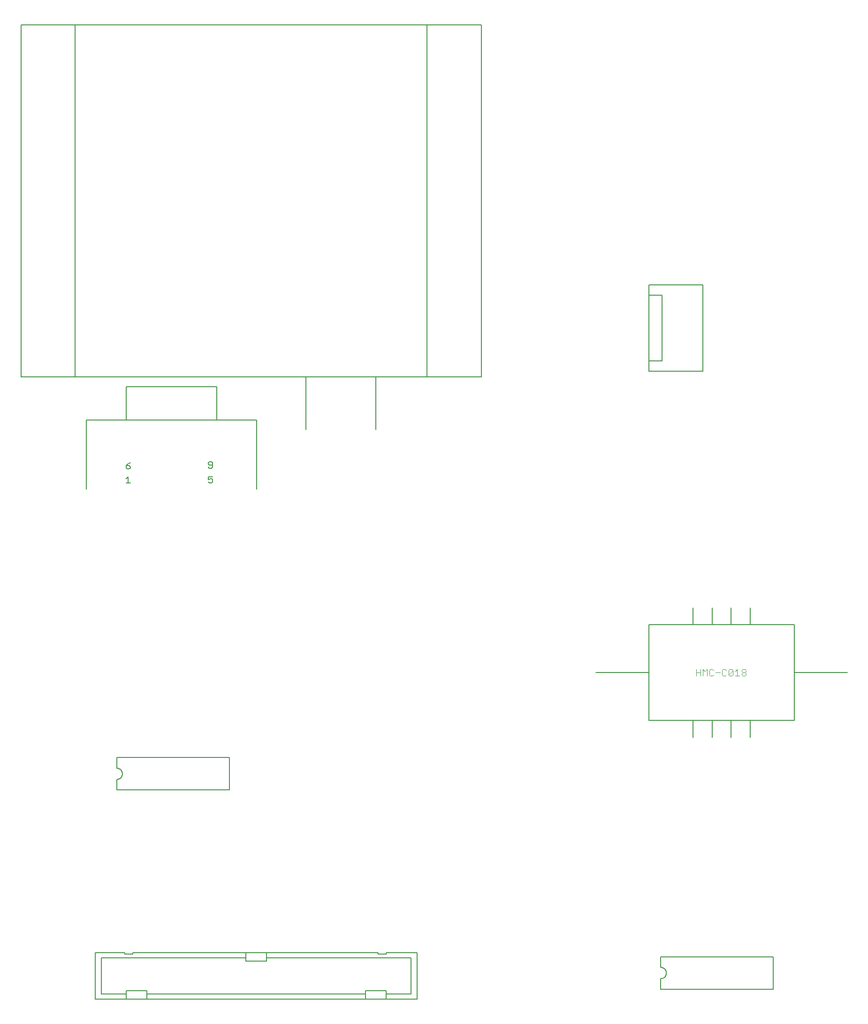
<source format=gto>
G75*
%MOIN*%
%OFA0B0*%
%FSLAX25Y25*%
%IPPOS*%
%LPD*%
%AMOC8*
5,1,8,0,0,1.08239X$1,22.5*
%
%ADD10C,0.00800*%
%ADD11C,0.00500*%
%ADD12C,0.00400*%
%ADD13C,0.00600*%
D10*
X0074930Y0093765D02*
X0074930Y0126835D01*
X0095922Y0126835D01*
X0095922Y0125654D01*
X0101745Y0125654D01*
X0101745Y0126835D01*
X0181887Y0126835D01*
X0196713Y0126835D01*
X0275922Y0126835D01*
X0275922Y0125654D01*
X0281745Y0125654D01*
X0281745Y0126835D01*
X0303670Y0126835D01*
X0303670Y0093765D01*
X0281713Y0093765D01*
X0281713Y0099867D01*
X0266887Y0099867D01*
X0266887Y0093765D01*
X0111713Y0093765D01*
X0111713Y0099867D01*
X0096887Y0099867D01*
X0096887Y0093765D01*
X0074930Y0093765D01*
X0079359Y0097406D02*
X0079359Y0123194D01*
X0181887Y0123194D01*
X0181887Y0120733D02*
X0196713Y0120733D01*
X0196713Y0126835D01*
X0196713Y0123194D02*
X0299241Y0123194D01*
X0299241Y0097406D01*
X0281741Y0097406D01*
X0281713Y0093765D02*
X0266887Y0093765D01*
X0266879Y0097406D02*
X0111721Y0097406D01*
X0111713Y0093765D02*
X0096887Y0093765D01*
X0096859Y0097406D02*
X0079359Y0097406D01*
X0181887Y0120733D02*
X0181887Y0126835D01*
X0468312Y0539808D02*
X0506796Y0539808D01*
X0506796Y0600891D01*
X0468312Y0600891D01*
X0468312Y0593804D01*
X0477859Y0593804D01*
X0477859Y0546894D01*
X0468312Y0546894D01*
X0468312Y0539808D01*
X0468312Y0546894D02*
X0468312Y0593804D01*
D11*
X0349300Y0535800D02*
X0310800Y0535800D01*
X0310800Y0785800D01*
X0349300Y0785800D01*
X0349300Y0535800D01*
X0310800Y0535800D02*
X0274300Y0535800D01*
X0274300Y0498300D01*
X0274300Y0535800D02*
X0224800Y0535800D01*
X0224800Y0498300D01*
X0189848Y0505017D02*
X0189848Y0456080D01*
X0158418Y0461125D02*
X0157667Y0460374D01*
X0156166Y0460374D01*
X0155415Y0461125D01*
X0155415Y0462626D02*
X0156916Y0463377D01*
X0157667Y0463377D01*
X0158418Y0462626D01*
X0158418Y0461125D01*
X0155415Y0462626D02*
X0155415Y0464878D01*
X0158418Y0464878D01*
X0157667Y0470874D02*
X0158418Y0471625D01*
X0158418Y0474627D01*
X0157667Y0475378D01*
X0156166Y0475378D01*
X0155415Y0474627D01*
X0155415Y0473877D01*
X0156166Y0473126D01*
X0158418Y0473126D01*
X0157667Y0470874D02*
X0156166Y0470874D01*
X0155415Y0471625D01*
X0161383Y0504977D02*
X0161423Y0528599D01*
X0161364Y0528639D02*
X0097072Y0528639D01*
X0097171Y0528599D02*
X0097171Y0504977D01*
X0099918Y0474878D02*
X0098416Y0474127D01*
X0096915Y0472626D01*
X0099167Y0472626D01*
X0099918Y0471875D01*
X0099918Y0471125D01*
X0099167Y0470374D01*
X0097666Y0470374D01*
X0096915Y0471125D01*
X0096915Y0472626D01*
X0098416Y0464878D02*
X0096915Y0463377D01*
X0098416Y0464878D02*
X0098416Y0460374D01*
X0096915Y0460374D02*
X0099918Y0460374D01*
X0068549Y0456080D02*
X0068549Y0505017D01*
X0068588Y0505017D02*
X0189848Y0505017D01*
X0224800Y0535800D02*
X0060800Y0535800D01*
X0060800Y0785800D01*
X0310800Y0785800D01*
X0060800Y0785800D02*
X0022300Y0785800D01*
X0022300Y0535800D01*
X0060800Y0535800D01*
X0430800Y0325800D02*
X0468300Y0325800D01*
X0468300Y0359800D01*
X0499800Y0359800D01*
X0499800Y0371800D01*
X0499800Y0359800D02*
X0513300Y0359800D01*
X0513300Y0371800D01*
X0513300Y0359800D02*
X0526800Y0359800D01*
X0526800Y0371800D01*
X0526800Y0359800D02*
X0540300Y0359800D01*
X0540300Y0371800D01*
X0540300Y0359800D02*
X0571800Y0359800D01*
X0571800Y0325800D01*
X0609300Y0325800D01*
X0571800Y0325800D02*
X0571800Y0291800D01*
X0540300Y0291800D01*
X0540300Y0279800D01*
X0540300Y0291800D02*
X0526800Y0291800D01*
X0526800Y0279800D01*
X0526800Y0291800D02*
X0513300Y0291800D01*
X0513300Y0279800D01*
X0513300Y0291800D02*
X0499800Y0291800D01*
X0499800Y0279800D01*
X0499800Y0291800D02*
X0468300Y0291800D01*
X0468300Y0325800D01*
D12*
X0502000Y0325602D02*
X0505069Y0325602D01*
X0505069Y0327904D02*
X0505069Y0323300D01*
X0506604Y0323300D02*
X0506604Y0327904D01*
X0508139Y0326369D01*
X0509673Y0327904D01*
X0509673Y0323300D01*
X0511208Y0324067D02*
X0511975Y0323300D01*
X0513510Y0323300D01*
X0514277Y0324067D01*
X0515812Y0325602D02*
X0518881Y0325602D01*
X0520416Y0327137D02*
X0520416Y0324067D01*
X0521183Y0323300D01*
X0522718Y0323300D01*
X0523485Y0324067D01*
X0525020Y0324067D02*
X0528089Y0327137D01*
X0528089Y0324067D01*
X0527322Y0323300D01*
X0525787Y0323300D01*
X0525020Y0324067D01*
X0525020Y0327137D01*
X0525787Y0327904D01*
X0527322Y0327904D01*
X0528089Y0327137D01*
X0529624Y0326369D02*
X0531158Y0327904D01*
X0531158Y0323300D01*
X0529624Y0323300D02*
X0532693Y0323300D01*
X0534227Y0324067D02*
X0534227Y0324835D01*
X0534995Y0325602D01*
X0536529Y0325602D01*
X0537297Y0324835D01*
X0537297Y0324067D01*
X0536529Y0323300D01*
X0534995Y0323300D01*
X0534227Y0324067D01*
X0534995Y0325602D02*
X0534227Y0326369D01*
X0534227Y0327137D01*
X0534995Y0327904D01*
X0536529Y0327904D01*
X0537297Y0327137D01*
X0537297Y0326369D01*
X0536529Y0325602D01*
X0523485Y0327137D02*
X0522718Y0327904D01*
X0521183Y0327904D01*
X0520416Y0327137D01*
X0514277Y0327137D02*
X0513510Y0327904D01*
X0511975Y0327904D01*
X0511208Y0327137D01*
X0511208Y0324067D01*
X0502000Y0323300D02*
X0502000Y0327904D01*
D13*
X0476800Y0123800D02*
X0476800Y0116300D01*
X0476926Y0116298D01*
X0477051Y0116292D01*
X0477176Y0116282D01*
X0477301Y0116268D01*
X0477426Y0116251D01*
X0477550Y0116229D01*
X0477673Y0116204D01*
X0477795Y0116174D01*
X0477916Y0116141D01*
X0478036Y0116104D01*
X0478155Y0116064D01*
X0478272Y0116019D01*
X0478389Y0115971D01*
X0478503Y0115919D01*
X0478616Y0115864D01*
X0478727Y0115805D01*
X0478836Y0115743D01*
X0478943Y0115677D01*
X0479048Y0115608D01*
X0479151Y0115536D01*
X0479252Y0115461D01*
X0479350Y0115382D01*
X0479445Y0115300D01*
X0479538Y0115216D01*
X0479628Y0115128D01*
X0479716Y0115038D01*
X0479800Y0114945D01*
X0479882Y0114850D01*
X0479961Y0114752D01*
X0480036Y0114651D01*
X0480108Y0114548D01*
X0480177Y0114443D01*
X0480243Y0114336D01*
X0480305Y0114227D01*
X0480364Y0114116D01*
X0480419Y0114003D01*
X0480471Y0113889D01*
X0480519Y0113772D01*
X0480564Y0113655D01*
X0480604Y0113536D01*
X0480641Y0113416D01*
X0480674Y0113295D01*
X0480704Y0113173D01*
X0480729Y0113050D01*
X0480751Y0112926D01*
X0480768Y0112801D01*
X0480782Y0112676D01*
X0480792Y0112551D01*
X0480798Y0112426D01*
X0480800Y0112300D01*
X0480798Y0112174D01*
X0480792Y0112049D01*
X0480782Y0111924D01*
X0480768Y0111799D01*
X0480751Y0111674D01*
X0480729Y0111550D01*
X0480704Y0111427D01*
X0480674Y0111305D01*
X0480641Y0111184D01*
X0480604Y0111064D01*
X0480564Y0110945D01*
X0480519Y0110828D01*
X0480471Y0110711D01*
X0480419Y0110597D01*
X0480364Y0110484D01*
X0480305Y0110373D01*
X0480243Y0110264D01*
X0480177Y0110157D01*
X0480108Y0110052D01*
X0480036Y0109949D01*
X0479961Y0109848D01*
X0479882Y0109750D01*
X0479800Y0109655D01*
X0479716Y0109562D01*
X0479628Y0109472D01*
X0479538Y0109384D01*
X0479445Y0109300D01*
X0479350Y0109218D01*
X0479252Y0109139D01*
X0479151Y0109064D01*
X0479048Y0108992D01*
X0478943Y0108923D01*
X0478836Y0108857D01*
X0478727Y0108795D01*
X0478616Y0108736D01*
X0478503Y0108681D01*
X0478389Y0108629D01*
X0478272Y0108581D01*
X0478155Y0108536D01*
X0478036Y0108496D01*
X0477916Y0108459D01*
X0477795Y0108426D01*
X0477673Y0108396D01*
X0477550Y0108371D01*
X0477426Y0108349D01*
X0477301Y0108332D01*
X0477176Y0108318D01*
X0477051Y0108308D01*
X0476926Y0108302D01*
X0476800Y0108300D01*
X0476800Y0100800D01*
X0556800Y0100800D01*
X0556800Y0123800D01*
X0476800Y0123800D01*
X0170300Y0242300D02*
X0170300Y0265300D01*
X0090300Y0265300D01*
X0090300Y0257800D01*
X0090426Y0257798D01*
X0090551Y0257792D01*
X0090676Y0257782D01*
X0090801Y0257768D01*
X0090926Y0257751D01*
X0091050Y0257729D01*
X0091173Y0257704D01*
X0091295Y0257674D01*
X0091416Y0257641D01*
X0091536Y0257604D01*
X0091655Y0257564D01*
X0091772Y0257519D01*
X0091889Y0257471D01*
X0092003Y0257419D01*
X0092116Y0257364D01*
X0092227Y0257305D01*
X0092336Y0257243D01*
X0092443Y0257177D01*
X0092548Y0257108D01*
X0092651Y0257036D01*
X0092752Y0256961D01*
X0092850Y0256882D01*
X0092945Y0256800D01*
X0093038Y0256716D01*
X0093128Y0256628D01*
X0093216Y0256538D01*
X0093300Y0256445D01*
X0093382Y0256350D01*
X0093461Y0256252D01*
X0093536Y0256151D01*
X0093608Y0256048D01*
X0093677Y0255943D01*
X0093743Y0255836D01*
X0093805Y0255727D01*
X0093864Y0255616D01*
X0093919Y0255503D01*
X0093971Y0255389D01*
X0094019Y0255272D01*
X0094064Y0255155D01*
X0094104Y0255036D01*
X0094141Y0254916D01*
X0094174Y0254795D01*
X0094204Y0254673D01*
X0094229Y0254550D01*
X0094251Y0254426D01*
X0094268Y0254301D01*
X0094282Y0254176D01*
X0094292Y0254051D01*
X0094298Y0253926D01*
X0094300Y0253800D01*
X0094298Y0253674D01*
X0094292Y0253549D01*
X0094282Y0253424D01*
X0094268Y0253299D01*
X0094251Y0253174D01*
X0094229Y0253050D01*
X0094204Y0252927D01*
X0094174Y0252805D01*
X0094141Y0252684D01*
X0094104Y0252564D01*
X0094064Y0252445D01*
X0094019Y0252328D01*
X0093971Y0252211D01*
X0093919Y0252097D01*
X0093864Y0251984D01*
X0093805Y0251873D01*
X0093743Y0251764D01*
X0093677Y0251657D01*
X0093608Y0251552D01*
X0093536Y0251449D01*
X0093461Y0251348D01*
X0093382Y0251250D01*
X0093300Y0251155D01*
X0093216Y0251062D01*
X0093128Y0250972D01*
X0093038Y0250884D01*
X0092945Y0250800D01*
X0092850Y0250718D01*
X0092752Y0250639D01*
X0092651Y0250564D01*
X0092548Y0250492D01*
X0092443Y0250423D01*
X0092336Y0250357D01*
X0092227Y0250295D01*
X0092116Y0250236D01*
X0092003Y0250181D01*
X0091889Y0250129D01*
X0091772Y0250081D01*
X0091655Y0250036D01*
X0091536Y0249996D01*
X0091416Y0249959D01*
X0091295Y0249926D01*
X0091173Y0249896D01*
X0091050Y0249871D01*
X0090926Y0249849D01*
X0090801Y0249832D01*
X0090676Y0249818D01*
X0090551Y0249808D01*
X0090426Y0249802D01*
X0090300Y0249800D01*
X0090300Y0242300D01*
X0170300Y0242300D01*
M02*

</source>
